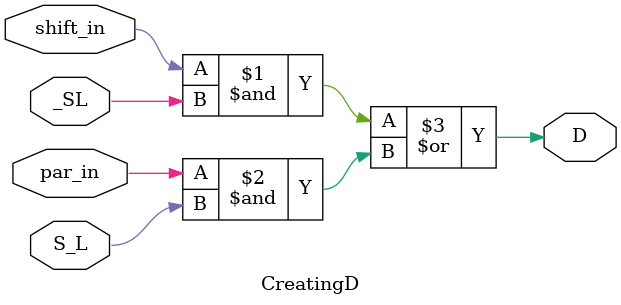
<source format=v>
`timescale 1ns / 1ps


module CreatingD(
    input wire shift_in,
    input wire _SL,
    input wire par_in,
    input wire S_L,
    output wire D
    );
    
    assign D = (shift_in &_SL) | (par_in & S_L);
    
endmodule

</source>
